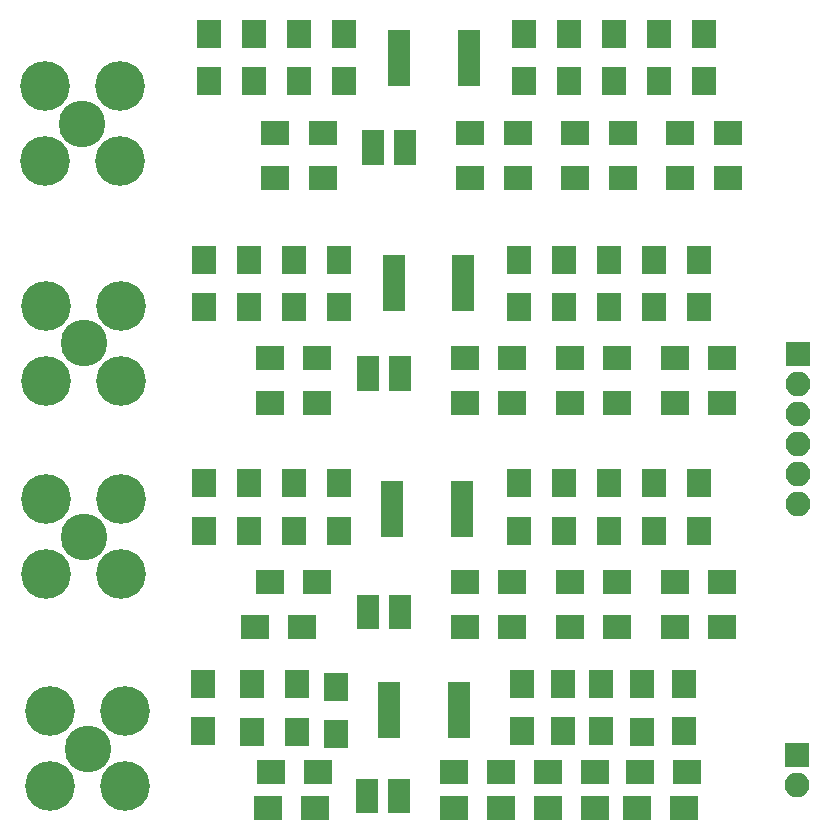
<source format=gbr>
G04 #@! TF.FileFunction,Soldermask,Top*
%FSLAX46Y46*%
G04 Gerber Fmt 4.6, Leading zero omitted, Abs format (unit mm)*
G04 Created by KiCad (PCBNEW 4.0.7) date 12/27/18 16:20:44*
%MOMM*%
%LPD*%
G01*
G04 APERTURE LIST*
%ADD10C,0.100000*%
%ADD11R,2.000000X2.400000*%
%ADD12R,2.400000X2.000000*%
%ADD13C,4.210000*%
%ADD14C,3.956000*%
%ADD15R,2.100000X2.400000*%
%ADD16R,2.400000X2.100000*%
%ADD17R,1.850000X0.850000*%
%ADD18R,1.960000X1.050000*%
%ADD19R,2.100000X2.100000*%
%ADD20O,2.100000X2.100000*%
G04 APERTURE END LIST*
D10*
D11*
X74041000Y-111284000D03*
X74041000Y-115284000D03*
X104521000Y-111284000D03*
X104521000Y-115284000D03*
D12*
X92361000Y-119634000D03*
X96361000Y-119634000D03*
D11*
X96901000Y-111284000D03*
X96901000Y-115284000D03*
X100711000Y-111284000D03*
X100711000Y-115284000D03*
X108331000Y-115284000D03*
X108331000Y-111284000D03*
X74041000Y-96361000D03*
X74041000Y-92361000D03*
X108775500Y-73247500D03*
X108775500Y-77247500D03*
X96901000Y-92361000D03*
X96901000Y-96361000D03*
X74485500Y-77247500D03*
X74485500Y-73247500D03*
D12*
X96361000Y-100711000D03*
X92361000Y-100711000D03*
X96805500Y-81597500D03*
X92805500Y-81597500D03*
D11*
X108331000Y-92361000D03*
X108331000Y-96361000D03*
X104965500Y-73247500D03*
X104965500Y-77247500D03*
X100711000Y-92361000D03*
X100711000Y-96361000D03*
X101155500Y-73247500D03*
X101155500Y-77247500D03*
X104521000Y-92361000D03*
X104521000Y-96361000D03*
X97345500Y-73247500D03*
X97345500Y-77247500D03*
X74295000Y-128302000D03*
X74295000Y-132302000D03*
X107315000Y-132302000D03*
X107315000Y-128302000D03*
X97155000Y-128242000D03*
X97155000Y-132242000D03*
X103905000Y-128242000D03*
X103905000Y-132242000D03*
D12*
X91405000Y-135742000D03*
X95405000Y-135742000D03*
D11*
X100655000Y-128242000D03*
X100655000Y-132242000D03*
D13*
X57230000Y-130567000D03*
D14*
X60405000Y-133742000D03*
D13*
X63580000Y-130567000D03*
X57230000Y-136917000D03*
X63580000Y-136917000D03*
X56896000Y-112649000D03*
D14*
X60071000Y-115824000D03*
D13*
X63246000Y-112649000D03*
X56896000Y-118999000D03*
X63246000Y-118999000D03*
X56896000Y-96266000D03*
D14*
X60071000Y-99441000D03*
D13*
X63246000Y-96266000D03*
X56896000Y-102616000D03*
X63246000Y-102616000D03*
X56769000Y-77660500D03*
D14*
X59944000Y-80835500D03*
D13*
X63119000Y-77660500D03*
X56769000Y-84010500D03*
X63119000Y-84010500D03*
D15*
X70231000Y-115284000D03*
X70231000Y-111284000D03*
D16*
X78581000Y-123444000D03*
X74581000Y-123444000D03*
D15*
X77851000Y-115284000D03*
X77851000Y-111284000D03*
D16*
X92361000Y-123444000D03*
X96361000Y-123444000D03*
X105251000Y-123444000D03*
X101251000Y-123444000D03*
X75851000Y-119634000D03*
X79851000Y-119634000D03*
X105251000Y-119634000D03*
X101251000Y-119634000D03*
D15*
X112141000Y-111284000D03*
X112141000Y-115284000D03*
D16*
X114141000Y-119634000D03*
X110141000Y-119634000D03*
X114141000Y-123444000D03*
X110141000Y-123444000D03*
D15*
X81661000Y-111284000D03*
X81661000Y-115284000D03*
X112141000Y-96361000D03*
X112141000Y-92361000D03*
X82105500Y-73247500D03*
X82105500Y-77247500D03*
D16*
X75851000Y-100711000D03*
X79851000Y-100711000D03*
X76295500Y-81597500D03*
X80295500Y-81597500D03*
D15*
X77851000Y-96361000D03*
X77851000Y-92361000D03*
D16*
X101695500Y-81597500D03*
X105695500Y-81597500D03*
X92361000Y-104521000D03*
X96361000Y-104521000D03*
X105251000Y-104521000D03*
X101251000Y-104521000D03*
D15*
X70675500Y-77247500D03*
X70675500Y-73247500D03*
X78295500Y-77247500D03*
X78295500Y-73247500D03*
D16*
X101251000Y-100711000D03*
X105251000Y-100711000D03*
X80295500Y-85407500D03*
X76295500Y-85407500D03*
X79851000Y-104521000D03*
X75851000Y-104521000D03*
X110585500Y-85407500D03*
X114585500Y-85407500D03*
D15*
X70231000Y-92361000D03*
X70231000Y-96361000D03*
D16*
X110141000Y-104521000D03*
X114141000Y-104521000D03*
D15*
X112585500Y-77247500D03*
X112585500Y-73247500D03*
D16*
X105695500Y-85407500D03*
X101695500Y-85407500D03*
X114141000Y-100711000D03*
X110141000Y-100711000D03*
X114585500Y-81597500D03*
X110585500Y-81597500D03*
D15*
X81661000Y-92361000D03*
X81661000Y-96361000D03*
D16*
X92805500Y-85407500D03*
X96805500Y-85407500D03*
D15*
X81405000Y-128492000D03*
X81405000Y-132492000D03*
D16*
X75905000Y-135742000D03*
X79905000Y-135742000D03*
D15*
X78105000Y-132302000D03*
X78105000Y-128302000D03*
X110905000Y-128242000D03*
X110905000Y-132242000D03*
D16*
X79655000Y-138742000D03*
X75655000Y-138742000D03*
X110905000Y-138742000D03*
X106905000Y-138742000D03*
X91405000Y-138742000D03*
X95405000Y-138742000D03*
X111155000Y-135742000D03*
X107155000Y-135742000D03*
X103405000Y-138742000D03*
X99405000Y-138742000D03*
X103405000Y-135742000D03*
X99405000Y-135742000D03*
D15*
X70155000Y-128242000D03*
X70155000Y-132242000D03*
D17*
X86201000Y-111534000D03*
X86201000Y-112184000D03*
X86201000Y-112834000D03*
X86201000Y-113484000D03*
X86201000Y-114134000D03*
X86201000Y-114784000D03*
X86201000Y-115434000D03*
X92101000Y-115434000D03*
X92101000Y-114784000D03*
X92101000Y-114134000D03*
X92101000Y-113484000D03*
X92101000Y-112834000D03*
X92101000Y-112184000D03*
X92101000Y-111534000D03*
D18*
X84121000Y-121224000D03*
X84121000Y-122174000D03*
X84121000Y-123124000D03*
X86821000Y-123124000D03*
X86821000Y-121224000D03*
X86821000Y-122174000D03*
D17*
X86331000Y-92411000D03*
X86331000Y-93061000D03*
X86331000Y-93711000D03*
X86331000Y-94361000D03*
X86331000Y-95011000D03*
X86331000Y-95661000D03*
X86331000Y-96311000D03*
X92231000Y-96311000D03*
X92231000Y-95661000D03*
X92231000Y-95011000D03*
X92231000Y-94361000D03*
X92231000Y-93711000D03*
X92231000Y-93061000D03*
X92231000Y-92411000D03*
X86775500Y-73297500D03*
X86775500Y-73947500D03*
X86775500Y-74597500D03*
X86775500Y-75247500D03*
X86775500Y-75897500D03*
X86775500Y-76547500D03*
X86775500Y-77197500D03*
X92675500Y-77197500D03*
X92675500Y-76547500D03*
X92675500Y-75897500D03*
X92675500Y-75247500D03*
X92675500Y-74597500D03*
X92675500Y-73947500D03*
X92675500Y-73297500D03*
D18*
X84121000Y-101031000D03*
X84121000Y-101981000D03*
X84121000Y-102931000D03*
X86821000Y-102931000D03*
X86821000Y-101031000D03*
X86821000Y-101981000D03*
X84565500Y-81917500D03*
X84565500Y-82867500D03*
X84565500Y-83817500D03*
X87265500Y-83817500D03*
X87265500Y-81917500D03*
X87265500Y-82867500D03*
D17*
X85955000Y-128542000D03*
X85955000Y-129192000D03*
X85955000Y-129842000D03*
X85955000Y-130492000D03*
X85955000Y-131142000D03*
X85955000Y-131792000D03*
X85955000Y-132442000D03*
X91855000Y-132442000D03*
X91855000Y-131792000D03*
X91855000Y-131142000D03*
X91855000Y-130492000D03*
X91855000Y-129842000D03*
X91855000Y-129192000D03*
X91855000Y-128542000D03*
D18*
X84055000Y-136792000D03*
X84055000Y-137742000D03*
X84055000Y-138692000D03*
X86755000Y-138692000D03*
X86755000Y-136792000D03*
X86755000Y-137742000D03*
D19*
X120586500Y-100330000D03*
D20*
X120586500Y-102870000D03*
X120586500Y-105410000D03*
X120586500Y-107950000D03*
X120586500Y-110490000D03*
X120586500Y-113030000D03*
D19*
X120459500Y-134302500D03*
D20*
X120459500Y-136842500D03*
M02*

</source>
